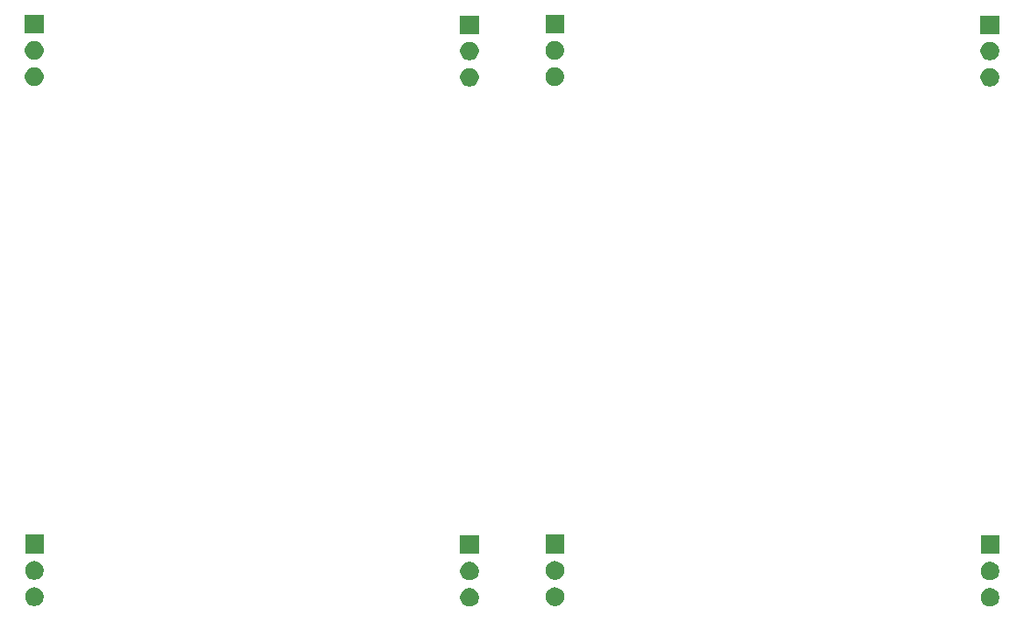
<source format=gbr>
G04 #@! TF.GenerationSoftware,KiCad,Pcbnew,(5.1.5)-3*
G04 #@! TF.CreationDate,2019-12-09T10:08:32+08:00*
G04 #@! TF.ProjectId,LED__,4c454495-7f2e-46b6-9963-61645f706362,rev?*
G04 #@! TF.SameCoordinates,Original*
G04 #@! TF.FileFunction,Soldermask,Bot*
G04 #@! TF.FilePolarity,Negative*
%FSLAX46Y46*%
G04 Gerber Fmt 4.6, Leading zero omitted, Abs format (unit mm)*
G04 Created by KiCad (PCBNEW (5.1.5)-3) date 2019-12-09 10:08:32*
%MOMM*%
%LPD*%
G04 APERTURE LIST*
%ADD10C,0.100000*%
G04 APERTURE END LIST*
D10*
G36*
X185123512Y-123503927D02*
G01*
X185272812Y-123533624D01*
X185436784Y-123601544D01*
X185584354Y-123700147D01*
X185709853Y-123825646D01*
X185808456Y-123973216D01*
X185876376Y-124137188D01*
X185911000Y-124311259D01*
X185911000Y-124488741D01*
X185876376Y-124662812D01*
X185808456Y-124826784D01*
X185709853Y-124974354D01*
X185584354Y-125099853D01*
X185436784Y-125198456D01*
X185272812Y-125266376D01*
X185123512Y-125296073D01*
X185098742Y-125301000D01*
X184921258Y-125301000D01*
X184896488Y-125296073D01*
X184747188Y-125266376D01*
X184583216Y-125198456D01*
X184435646Y-125099853D01*
X184310147Y-124974354D01*
X184211544Y-124826784D01*
X184143624Y-124662812D01*
X184109000Y-124488741D01*
X184109000Y-124311259D01*
X184143624Y-124137188D01*
X184211544Y-123973216D01*
X184310147Y-123825646D01*
X184435646Y-123700147D01*
X184583216Y-123601544D01*
X184747188Y-123533624D01*
X184896488Y-123503927D01*
X184921258Y-123499000D01*
X185098742Y-123499000D01*
X185123512Y-123503927D01*
G37*
G36*
X134903512Y-123503927D02*
G01*
X135052812Y-123533624D01*
X135216784Y-123601544D01*
X135364354Y-123700147D01*
X135489853Y-123825646D01*
X135588456Y-123973216D01*
X135656376Y-124137188D01*
X135691000Y-124311259D01*
X135691000Y-124488741D01*
X135656376Y-124662812D01*
X135588456Y-124826784D01*
X135489853Y-124974354D01*
X135364354Y-125099853D01*
X135216784Y-125198456D01*
X135052812Y-125266376D01*
X134903512Y-125296073D01*
X134878742Y-125301000D01*
X134701258Y-125301000D01*
X134676488Y-125296073D01*
X134527188Y-125266376D01*
X134363216Y-125198456D01*
X134215646Y-125099853D01*
X134090147Y-124974354D01*
X133991544Y-124826784D01*
X133923624Y-124662812D01*
X133889000Y-124488741D01*
X133889000Y-124311259D01*
X133923624Y-124137188D01*
X133991544Y-123973216D01*
X134090147Y-123825646D01*
X134215646Y-123700147D01*
X134363216Y-123601544D01*
X134527188Y-123533624D01*
X134676488Y-123503927D01*
X134701258Y-123499000D01*
X134878742Y-123499000D01*
X134903512Y-123503927D01*
G37*
G36*
X143133512Y-123443927D02*
G01*
X143282812Y-123473624D01*
X143446784Y-123541544D01*
X143594354Y-123640147D01*
X143719853Y-123765646D01*
X143818456Y-123913216D01*
X143886376Y-124077188D01*
X143921000Y-124251259D01*
X143921000Y-124428741D01*
X143886376Y-124602812D01*
X143818456Y-124766784D01*
X143719853Y-124914354D01*
X143594354Y-125039853D01*
X143446784Y-125138456D01*
X143282812Y-125206376D01*
X143133512Y-125236073D01*
X143108742Y-125241000D01*
X142931258Y-125241000D01*
X142906488Y-125236073D01*
X142757188Y-125206376D01*
X142593216Y-125138456D01*
X142445646Y-125039853D01*
X142320147Y-124914354D01*
X142221544Y-124766784D01*
X142153624Y-124602812D01*
X142119000Y-124428741D01*
X142119000Y-124251259D01*
X142153624Y-124077188D01*
X142221544Y-123913216D01*
X142320147Y-123765646D01*
X142445646Y-123640147D01*
X142593216Y-123541544D01*
X142757188Y-123473624D01*
X142906488Y-123443927D01*
X142931258Y-123439000D01*
X143108742Y-123439000D01*
X143133512Y-123443927D01*
G37*
G36*
X92913512Y-123443927D02*
G01*
X93062812Y-123473624D01*
X93226784Y-123541544D01*
X93374354Y-123640147D01*
X93499853Y-123765646D01*
X93598456Y-123913216D01*
X93666376Y-124077188D01*
X93701000Y-124251259D01*
X93701000Y-124428741D01*
X93666376Y-124602812D01*
X93598456Y-124766784D01*
X93499853Y-124914354D01*
X93374354Y-125039853D01*
X93226784Y-125138456D01*
X93062812Y-125206376D01*
X92913512Y-125236073D01*
X92888742Y-125241000D01*
X92711258Y-125241000D01*
X92686488Y-125236073D01*
X92537188Y-125206376D01*
X92373216Y-125138456D01*
X92225646Y-125039853D01*
X92100147Y-124914354D01*
X92001544Y-124766784D01*
X91933624Y-124602812D01*
X91899000Y-124428741D01*
X91899000Y-124251259D01*
X91933624Y-124077188D01*
X92001544Y-123913216D01*
X92100147Y-123765646D01*
X92225646Y-123640147D01*
X92373216Y-123541544D01*
X92537188Y-123473624D01*
X92686488Y-123443927D01*
X92711258Y-123439000D01*
X92888742Y-123439000D01*
X92913512Y-123443927D01*
G37*
G36*
X185123512Y-120963927D02*
G01*
X185272812Y-120993624D01*
X185436784Y-121061544D01*
X185584354Y-121160147D01*
X185709853Y-121285646D01*
X185808456Y-121433216D01*
X185876376Y-121597188D01*
X185911000Y-121771259D01*
X185911000Y-121948741D01*
X185876376Y-122122812D01*
X185808456Y-122286784D01*
X185709853Y-122434354D01*
X185584354Y-122559853D01*
X185436784Y-122658456D01*
X185272812Y-122726376D01*
X185123512Y-122756073D01*
X185098742Y-122761000D01*
X184921258Y-122761000D01*
X184896488Y-122756073D01*
X184747188Y-122726376D01*
X184583216Y-122658456D01*
X184435646Y-122559853D01*
X184310147Y-122434354D01*
X184211544Y-122286784D01*
X184143624Y-122122812D01*
X184109000Y-121948741D01*
X184109000Y-121771259D01*
X184143624Y-121597188D01*
X184211544Y-121433216D01*
X184310147Y-121285646D01*
X184435646Y-121160147D01*
X184583216Y-121061544D01*
X184747188Y-120993624D01*
X184896488Y-120963927D01*
X184921258Y-120959000D01*
X185098742Y-120959000D01*
X185123512Y-120963927D01*
G37*
G36*
X134903512Y-120963927D02*
G01*
X135052812Y-120993624D01*
X135216784Y-121061544D01*
X135364354Y-121160147D01*
X135489853Y-121285646D01*
X135588456Y-121433216D01*
X135656376Y-121597188D01*
X135691000Y-121771259D01*
X135691000Y-121948741D01*
X135656376Y-122122812D01*
X135588456Y-122286784D01*
X135489853Y-122434354D01*
X135364354Y-122559853D01*
X135216784Y-122658456D01*
X135052812Y-122726376D01*
X134903512Y-122756073D01*
X134878742Y-122761000D01*
X134701258Y-122761000D01*
X134676488Y-122756073D01*
X134527188Y-122726376D01*
X134363216Y-122658456D01*
X134215646Y-122559853D01*
X134090147Y-122434354D01*
X133991544Y-122286784D01*
X133923624Y-122122812D01*
X133889000Y-121948741D01*
X133889000Y-121771259D01*
X133923624Y-121597188D01*
X133991544Y-121433216D01*
X134090147Y-121285646D01*
X134215646Y-121160147D01*
X134363216Y-121061544D01*
X134527188Y-120993624D01*
X134676488Y-120963927D01*
X134701258Y-120959000D01*
X134878742Y-120959000D01*
X134903512Y-120963927D01*
G37*
G36*
X92913512Y-120903927D02*
G01*
X93062812Y-120933624D01*
X93226784Y-121001544D01*
X93374354Y-121100147D01*
X93499853Y-121225646D01*
X93598456Y-121373216D01*
X93666376Y-121537188D01*
X93701000Y-121711259D01*
X93701000Y-121888741D01*
X93666376Y-122062812D01*
X93598456Y-122226784D01*
X93499853Y-122374354D01*
X93374354Y-122499853D01*
X93226784Y-122598456D01*
X93062812Y-122666376D01*
X92913512Y-122696073D01*
X92888742Y-122701000D01*
X92711258Y-122701000D01*
X92686488Y-122696073D01*
X92537188Y-122666376D01*
X92373216Y-122598456D01*
X92225646Y-122499853D01*
X92100147Y-122374354D01*
X92001544Y-122226784D01*
X91933624Y-122062812D01*
X91899000Y-121888741D01*
X91899000Y-121711259D01*
X91933624Y-121537188D01*
X92001544Y-121373216D01*
X92100147Y-121225646D01*
X92225646Y-121100147D01*
X92373216Y-121001544D01*
X92537188Y-120933624D01*
X92686488Y-120903927D01*
X92711258Y-120899000D01*
X92888742Y-120899000D01*
X92913512Y-120903927D01*
G37*
G36*
X143133512Y-120903927D02*
G01*
X143282812Y-120933624D01*
X143446784Y-121001544D01*
X143594354Y-121100147D01*
X143719853Y-121225646D01*
X143818456Y-121373216D01*
X143886376Y-121537188D01*
X143921000Y-121711259D01*
X143921000Y-121888741D01*
X143886376Y-122062812D01*
X143818456Y-122226784D01*
X143719853Y-122374354D01*
X143594354Y-122499853D01*
X143446784Y-122598456D01*
X143282812Y-122666376D01*
X143133512Y-122696073D01*
X143108742Y-122701000D01*
X142931258Y-122701000D01*
X142906488Y-122696073D01*
X142757188Y-122666376D01*
X142593216Y-122598456D01*
X142445646Y-122499853D01*
X142320147Y-122374354D01*
X142221544Y-122226784D01*
X142153624Y-122062812D01*
X142119000Y-121888741D01*
X142119000Y-121711259D01*
X142153624Y-121537188D01*
X142221544Y-121373216D01*
X142320147Y-121225646D01*
X142445646Y-121100147D01*
X142593216Y-121001544D01*
X142757188Y-120933624D01*
X142906488Y-120903927D01*
X142931258Y-120899000D01*
X143108742Y-120899000D01*
X143133512Y-120903927D01*
G37*
G36*
X135691000Y-120221000D02*
G01*
X133889000Y-120221000D01*
X133889000Y-118419000D01*
X135691000Y-118419000D01*
X135691000Y-120221000D01*
G37*
G36*
X185911000Y-120221000D02*
G01*
X184109000Y-120221000D01*
X184109000Y-118419000D01*
X185911000Y-118419000D01*
X185911000Y-120221000D01*
G37*
G36*
X93701000Y-120161000D02*
G01*
X91899000Y-120161000D01*
X91899000Y-118359000D01*
X93701000Y-118359000D01*
X93701000Y-120161000D01*
G37*
G36*
X143921000Y-120161000D02*
G01*
X142119000Y-120161000D01*
X142119000Y-118359000D01*
X143921000Y-118359000D01*
X143921000Y-120161000D01*
G37*
G36*
X134893512Y-73243927D02*
G01*
X135042812Y-73273624D01*
X135206784Y-73341544D01*
X135354354Y-73440147D01*
X135479853Y-73565646D01*
X135578456Y-73713216D01*
X135646376Y-73877188D01*
X135681000Y-74051259D01*
X135681000Y-74228741D01*
X135646376Y-74402812D01*
X135578456Y-74566784D01*
X135479853Y-74714354D01*
X135354354Y-74839853D01*
X135206784Y-74938456D01*
X135042812Y-75006376D01*
X134893512Y-75036073D01*
X134868742Y-75041000D01*
X134691258Y-75041000D01*
X134666488Y-75036073D01*
X134517188Y-75006376D01*
X134353216Y-74938456D01*
X134205646Y-74839853D01*
X134080147Y-74714354D01*
X133981544Y-74566784D01*
X133913624Y-74402812D01*
X133879000Y-74228741D01*
X133879000Y-74051259D01*
X133913624Y-73877188D01*
X133981544Y-73713216D01*
X134080147Y-73565646D01*
X134205646Y-73440147D01*
X134353216Y-73341544D01*
X134517188Y-73273624D01*
X134666488Y-73243927D01*
X134691258Y-73239000D01*
X134868742Y-73239000D01*
X134893512Y-73243927D01*
G37*
G36*
X185113512Y-73243927D02*
G01*
X185262812Y-73273624D01*
X185426784Y-73341544D01*
X185574354Y-73440147D01*
X185699853Y-73565646D01*
X185798456Y-73713216D01*
X185866376Y-73877188D01*
X185901000Y-74051259D01*
X185901000Y-74228741D01*
X185866376Y-74402812D01*
X185798456Y-74566784D01*
X185699853Y-74714354D01*
X185574354Y-74839853D01*
X185426784Y-74938456D01*
X185262812Y-75006376D01*
X185113512Y-75036073D01*
X185088742Y-75041000D01*
X184911258Y-75041000D01*
X184886488Y-75036073D01*
X184737188Y-75006376D01*
X184573216Y-74938456D01*
X184425646Y-74839853D01*
X184300147Y-74714354D01*
X184201544Y-74566784D01*
X184133624Y-74402812D01*
X184099000Y-74228741D01*
X184099000Y-74051259D01*
X184133624Y-73877188D01*
X184201544Y-73713216D01*
X184300147Y-73565646D01*
X184425646Y-73440147D01*
X184573216Y-73341544D01*
X184737188Y-73273624D01*
X184886488Y-73243927D01*
X184911258Y-73239000D01*
X185088742Y-73239000D01*
X185113512Y-73243927D01*
G37*
G36*
X143123512Y-73183927D02*
G01*
X143272812Y-73213624D01*
X143436784Y-73281544D01*
X143584354Y-73380147D01*
X143709853Y-73505646D01*
X143808456Y-73653216D01*
X143876376Y-73817188D01*
X143911000Y-73991259D01*
X143911000Y-74168741D01*
X143876376Y-74342812D01*
X143808456Y-74506784D01*
X143709853Y-74654354D01*
X143584354Y-74779853D01*
X143436784Y-74878456D01*
X143272812Y-74946376D01*
X143123512Y-74976073D01*
X143098742Y-74981000D01*
X142921258Y-74981000D01*
X142896488Y-74976073D01*
X142747188Y-74946376D01*
X142583216Y-74878456D01*
X142435646Y-74779853D01*
X142310147Y-74654354D01*
X142211544Y-74506784D01*
X142143624Y-74342812D01*
X142109000Y-74168741D01*
X142109000Y-73991259D01*
X142143624Y-73817188D01*
X142211544Y-73653216D01*
X142310147Y-73505646D01*
X142435646Y-73380147D01*
X142583216Y-73281544D01*
X142747188Y-73213624D01*
X142896488Y-73183927D01*
X142921258Y-73179000D01*
X143098742Y-73179000D01*
X143123512Y-73183927D01*
G37*
G36*
X92903512Y-73183927D02*
G01*
X93052812Y-73213624D01*
X93216784Y-73281544D01*
X93364354Y-73380147D01*
X93489853Y-73505646D01*
X93588456Y-73653216D01*
X93656376Y-73817188D01*
X93691000Y-73991259D01*
X93691000Y-74168741D01*
X93656376Y-74342812D01*
X93588456Y-74506784D01*
X93489853Y-74654354D01*
X93364354Y-74779853D01*
X93216784Y-74878456D01*
X93052812Y-74946376D01*
X92903512Y-74976073D01*
X92878742Y-74981000D01*
X92701258Y-74981000D01*
X92676488Y-74976073D01*
X92527188Y-74946376D01*
X92363216Y-74878456D01*
X92215646Y-74779853D01*
X92090147Y-74654354D01*
X91991544Y-74506784D01*
X91923624Y-74342812D01*
X91889000Y-74168741D01*
X91889000Y-73991259D01*
X91923624Y-73817188D01*
X91991544Y-73653216D01*
X92090147Y-73505646D01*
X92215646Y-73380147D01*
X92363216Y-73281544D01*
X92527188Y-73213624D01*
X92676488Y-73183927D01*
X92701258Y-73179000D01*
X92878742Y-73179000D01*
X92903512Y-73183927D01*
G37*
G36*
X185113512Y-70703927D02*
G01*
X185262812Y-70733624D01*
X185426784Y-70801544D01*
X185574354Y-70900147D01*
X185699853Y-71025646D01*
X185798456Y-71173216D01*
X185866376Y-71337188D01*
X185901000Y-71511259D01*
X185901000Y-71688741D01*
X185866376Y-71862812D01*
X185798456Y-72026784D01*
X185699853Y-72174354D01*
X185574354Y-72299853D01*
X185426784Y-72398456D01*
X185262812Y-72466376D01*
X185113512Y-72496073D01*
X185088742Y-72501000D01*
X184911258Y-72501000D01*
X184886488Y-72496073D01*
X184737188Y-72466376D01*
X184573216Y-72398456D01*
X184425646Y-72299853D01*
X184300147Y-72174354D01*
X184201544Y-72026784D01*
X184133624Y-71862812D01*
X184099000Y-71688741D01*
X184099000Y-71511259D01*
X184133624Y-71337188D01*
X184201544Y-71173216D01*
X184300147Y-71025646D01*
X184425646Y-70900147D01*
X184573216Y-70801544D01*
X184737188Y-70733624D01*
X184886488Y-70703927D01*
X184911258Y-70699000D01*
X185088742Y-70699000D01*
X185113512Y-70703927D01*
G37*
G36*
X134893512Y-70703927D02*
G01*
X135042812Y-70733624D01*
X135206784Y-70801544D01*
X135354354Y-70900147D01*
X135479853Y-71025646D01*
X135578456Y-71173216D01*
X135646376Y-71337188D01*
X135681000Y-71511259D01*
X135681000Y-71688741D01*
X135646376Y-71862812D01*
X135578456Y-72026784D01*
X135479853Y-72174354D01*
X135354354Y-72299853D01*
X135206784Y-72398456D01*
X135042812Y-72466376D01*
X134893512Y-72496073D01*
X134868742Y-72501000D01*
X134691258Y-72501000D01*
X134666488Y-72496073D01*
X134517188Y-72466376D01*
X134353216Y-72398456D01*
X134205646Y-72299853D01*
X134080147Y-72174354D01*
X133981544Y-72026784D01*
X133913624Y-71862812D01*
X133879000Y-71688741D01*
X133879000Y-71511259D01*
X133913624Y-71337188D01*
X133981544Y-71173216D01*
X134080147Y-71025646D01*
X134205646Y-70900147D01*
X134353216Y-70801544D01*
X134517188Y-70733624D01*
X134666488Y-70703927D01*
X134691258Y-70699000D01*
X134868742Y-70699000D01*
X134893512Y-70703927D01*
G37*
G36*
X143123512Y-70643927D02*
G01*
X143272812Y-70673624D01*
X143436784Y-70741544D01*
X143584354Y-70840147D01*
X143709853Y-70965646D01*
X143808456Y-71113216D01*
X143876376Y-71277188D01*
X143911000Y-71451259D01*
X143911000Y-71628741D01*
X143876376Y-71802812D01*
X143808456Y-71966784D01*
X143709853Y-72114354D01*
X143584354Y-72239853D01*
X143436784Y-72338456D01*
X143272812Y-72406376D01*
X143123512Y-72436073D01*
X143098742Y-72441000D01*
X142921258Y-72441000D01*
X142896488Y-72436073D01*
X142747188Y-72406376D01*
X142583216Y-72338456D01*
X142435646Y-72239853D01*
X142310147Y-72114354D01*
X142211544Y-71966784D01*
X142143624Y-71802812D01*
X142109000Y-71628741D01*
X142109000Y-71451259D01*
X142143624Y-71277188D01*
X142211544Y-71113216D01*
X142310147Y-70965646D01*
X142435646Y-70840147D01*
X142583216Y-70741544D01*
X142747188Y-70673624D01*
X142896488Y-70643927D01*
X142921258Y-70639000D01*
X143098742Y-70639000D01*
X143123512Y-70643927D01*
G37*
G36*
X92903512Y-70643927D02*
G01*
X93052812Y-70673624D01*
X93216784Y-70741544D01*
X93364354Y-70840147D01*
X93489853Y-70965646D01*
X93588456Y-71113216D01*
X93656376Y-71277188D01*
X93691000Y-71451259D01*
X93691000Y-71628741D01*
X93656376Y-71802812D01*
X93588456Y-71966784D01*
X93489853Y-72114354D01*
X93364354Y-72239853D01*
X93216784Y-72338456D01*
X93052812Y-72406376D01*
X92903512Y-72436073D01*
X92878742Y-72441000D01*
X92701258Y-72441000D01*
X92676488Y-72436073D01*
X92527188Y-72406376D01*
X92363216Y-72338456D01*
X92215646Y-72239853D01*
X92090147Y-72114354D01*
X91991544Y-71966784D01*
X91923624Y-71802812D01*
X91889000Y-71628741D01*
X91889000Y-71451259D01*
X91923624Y-71277188D01*
X91991544Y-71113216D01*
X92090147Y-70965646D01*
X92215646Y-70840147D01*
X92363216Y-70741544D01*
X92527188Y-70673624D01*
X92676488Y-70643927D01*
X92701258Y-70639000D01*
X92878742Y-70639000D01*
X92903512Y-70643927D01*
G37*
G36*
X185901000Y-69961000D02*
G01*
X184099000Y-69961000D01*
X184099000Y-68159000D01*
X185901000Y-68159000D01*
X185901000Y-69961000D01*
G37*
G36*
X135681000Y-69961000D02*
G01*
X133879000Y-69961000D01*
X133879000Y-68159000D01*
X135681000Y-68159000D01*
X135681000Y-69961000D01*
G37*
G36*
X143911000Y-69901000D02*
G01*
X142109000Y-69901000D01*
X142109000Y-68099000D01*
X143911000Y-68099000D01*
X143911000Y-69901000D01*
G37*
G36*
X93691000Y-69901000D02*
G01*
X91889000Y-69901000D01*
X91889000Y-68099000D01*
X93691000Y-68099000D01*
X93691000Y-69901000D01*
G37*
M02*

</source>
